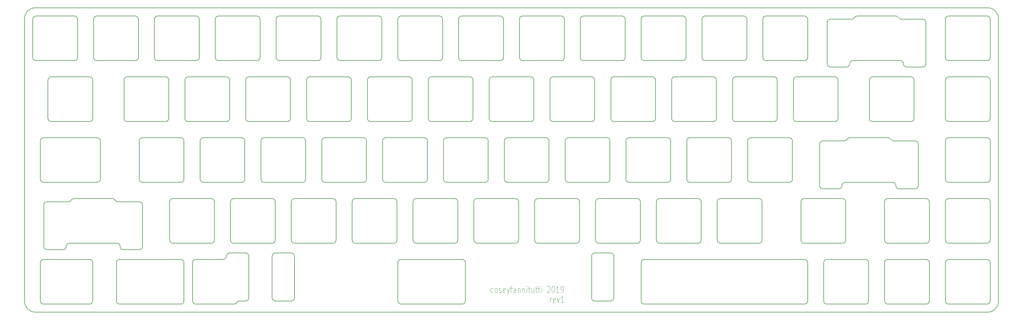
<source format=gbr>
%TF.GenerationSoftware,KiCad,Pcbnew,5.1.7-a382d34a8~88~ubuntu20.04.1*%
%TF.CreationDate,2021-02-20T19:58:06+01:00*%
%TF.ProjectId,discipline-plate,64697363-6970-46c6-996e-652d706c6174,rev?*%
%TF.SameCoordinates,Original*%
%TF.FileFunction,Legend,Top*%
%TF.FilePolarity,Positive*%
%FSLAX46Y46*%
G04 Gerber Fmt 4.6, Leading zero omitted, Abs format (unit mm)*
G04 Created by KiCad (PCBNEW 5.1.7-a382d34a8~88~ubuntu20.04.1) date 2021-02-20 19:58:06*
%MOMM*%
%LPD*%
G01*
G04 APERTURE LIST*
%TA.AperFunction,Profile*%
%ADD10C,0.200000*%
%TD*%
%TA.AperFunction,Profile*%
%ADD11C,0.150000*%
%TD*%
%ADD12C,0.075000*%
G04 APERTURE END LIST*
D10*
X356079300Y-119848400D02*
G75*
G02*
X355079300Y-120848400I-1000000J0D01*
G01*
X356079300Y-100798400D02*
G75*
G02*
X355079300Y-101798400I-1000000J0D01*
G01*
X171629300Y-177998400D02*
G75*
G02*
X170629300Y-176998400I0J1000000D01*
G01*
X90673550Y-159948400D02*
G75*
G02*
X89673550Y-160948400I-1000000J0D01*
G01*
X160816800Y-138898400D02*
G75*
G02*
X159816800Y-139898400I-1000000J0D01*
G01*
X155054300Y-106848400D02*
G75*
G02*
X156054300Y-107848400I0J-1000000D01*
G01*
X137273050Y-161998400D02*
G75*
G02*
X138273050Y-162998400I0J-1000000D01*
G01*
X284929300Y-88798400D02*
G75*
G02*
X285929300Y-87798400I1000000J0D01*
G01*
X132273050Y-161998400D02*
X137273050Y-161998400D01*
X75379300Y-100798400D02*
X75379300Y-88798400D01*
X307454300Y-120848400D02*
X295454300Y-120848400D01*
X131273050Y-175998400D02*
X131273050Y-162998400D01*
X138273050Y-162998400D02*
X138273050Y-175998400D01*
X100191800Y-158948400D02*
G75*
G02*
X99191800Y-157948400I0J1000000D01*
G01*
X112191800Y-158948400D02*
X100191800Y-158948400D01*
X221729300Y-101798400D02*
X209729300Y-101798400D01*
X131273050Y-162998400D02*
G75*
G02*
X132273050Y-161998400I1000000J0D01*
G01*
X146529300Y-88798400D02*
X146529300Y-100798400D01*
X231254300Y-106848400D02*
G75*
G02*
X232254300Y-107848400I0J-1000000D01*
G01*
X132529300Y-88798400D02*
G75*
G02*
X133529300Y-87798400I1000000J0D01*
G01*
X89379300Y-88798400D02*
X89379300Y-100798400D01*
X128766800Y-125898400D02*
X140766800Y-125898400D01*
X143054300Y-106848400D02*
X155054300Y-106848400D01*
X62091800Y-106848400D02*
X74091800Y-106848400D01*
X140766800Y-125898400D02*
G75*
G02*
X141766800Y-126898400I0J-1000000D01*
G01*
X356079300Y-145948400D02*
X356079300Y-157948400D01*
X127766800Y-126898400D02*
G75*
G02*
X128766800Y-125898400I1000000J0D01*
G01*
X232254300Y-107848400D02*
X232254300Y-119848400D01*
X245541800Y-158948400D02*
X233541800Y-158948400D01*
X333561050Y-127898400D02*
X333561050Y-140898400D01*
X355079300Y-139898400D02*
X343079300Y-139898400D01*
X236016800Y-139898400D02*
X224016800Y-139898400D01*
X356079300Y-88798400D02*
X356079300Y-100798400D01*
X137291800Y-145948400D02*
G75*
G02*
X138291800Y-144948400I1000000J0D01*
G01*
X255066800Y-139898400D02*
X243066800Y-139898400D01*
X343079300Y-101798400D02*
G75*
G02*
X342079300Y-100798400I0J1000000D01*
G01*
X137273050Y-176998400D02*
X132273050Y-176998400D01*
X137291800Y-157948400D02*
X137291800Y-145948400D01*
X256066800Y-126898400D02*
X256066800Y-138898400D01*
X337029300Y-145948400D02*
X337029300Y-157948400D01*
X119241800Y-158948400D02*
G75*
G02*
X118241800Y-157948400I0J1000000D01*
G01*
X56329300Y-88798400D02*
G75*
G02*
X57329300Y-87798400I1000000J0D01*
G01*
X335942300Y-102798400D02*
G75*
G02*
X334942300Y-103798400I-1000000J0D01*
G01*
X342079300Y-138898400D02*
X342079300Y-126898400D01*
X231279300Y-175998400D02*
X231279300Y-162998400D01*
X150291799Y-158948400D02*
X138291800Y-158948400D01*
X197916800Y-139898400D02*
X185916800Y-139898400D01*
X203966800Y-138898400D02*
X203966800Y-126898400D01*
X138291800Y-158948400D02*
G75*
G02*
X137291800Y-157948400I0J1000000D01*
G01*
X58710550Y-176998400D02*
X58710550Y-164998400D01*
X124004300Y-120848400D02*
G75*
G02*
X123004300Y-119848400I0J1000000D01*
G01*
X76379300Y-87798400D02*
X88379300Y-87798400D01*
X104954300Y-120848400D02*
G75*
G02*
X103954300Y-119848400I0J1000000D01*
G01*
X285929300Y-101798400D02*
G75*
G02*
X284929300Y-100798400I0J1000000D01*
G01*
X243066800Y-139898400D02*
G75*
G02*
X242066800Y-138898400I0J1000000D01*
G01*
X343079300Y-158948400D02*
G75*
G02*
X342079300Y-157948400I0J1000000D01*
G01*
X309835550Y-144948400D02*
G75*
G02*
X310835550Y-145948400I0J-1000000D01*
G01*
X117954300Y-107848400D02*
X117954300Y-119848400D01*
X175391800Y-145948400D02*
G75*
G02*
X176391800Y-144948400I1000000J0D01*
G01*
X342079300Y-100798400D02*
X342079300Y-88798400D01*
X114479299Y-87798400D02*
X126479300Y-87798400D01*
X342079300Y-88798400D02*
G75*
G02*
X343079300Y-87798400I1000000J0D01*
G01*
X102666800Y-163998400D02*
G75*
G02*
X103666800Y-164998400I0J-1000000D01*
G01*
X75379300Y-88798400D02*
G75*
G02*
X76379300Y-87798400I1000000J0D01*
G01*
X238304300Y-120848400D02*
G75*
G02*
X237304300Y-119848400I0J1000000D01*
G01*
X126479300Y-87798400D02*
G75*
G02*
X127479300Y-88798400I0J-1000000D01*
G01*
X243066800Y-125898400D02*
X255066800Y-125898400D01*
X133529300Y-87798400D02*
X145529300Y-87798400D01*
X175391800Y-157948400D02*
X175391800Y-145948400D01*
X132241800Y-145948400D02*
X132241800Y-157948400D01*
X311066300Y-103798400D02*
X306066300Y-103798400D01*
X145529300Y-87798400D02*
G75*
G02*
X146529300Y-88798400I0J-1000000D01*
G01*
X145529300Y-101798400D02*
X133529300Y-101798400D01*
X127479300Y-100798400D02*
G75*
G02*
X126479300Y-101798400I-1000000J0D01*
G01*
X326504300Y-87798400D02*
G75*
G02*
X327370325Y-88298400I0J-1000000D01*
G01*
X327942300Y-101798400D02*
G75*
G02*
X328942300Y-102798400I0J-1000000D01*
G01*
X305066300Y-89798400D02*
G75*
G02*
X306066300Y-88798400I1000000J0D01*
G01*
X355079300Y-144948400D02*
G75*
G02*
X356079300Y-145948400I0J-1000000D01*
G01*
X223016800Y-138898400D02*
X223016800Y-126898400D01*
X237279300Y-176998400D02*
X232279300Y-176998400D01*
X216966800Y-139898400D02*
X204966800Y-139898400D01*
X185916800Y-125898400D02*
X197916800Y-125898400D01*
X127479299Y-88798400D02*
X127479300Y-100798400D01*
X126479300Y-101798400D02*
X114479299Y-101798400D01*
X119241800Y-144948400D02*
X131241800Y-144948400D01*
X296835550Y-157948400D02*
X296835550Y-145948400D01*
X296835550Y-145948400D02*
G75*
G02*
X297835550Y-144948400I1000000J0D01*
G01*
X342079300Y-126898400D02*
G75*
G02*
X343079300Y-125898400I1000000J0D01*
G01*
X70329299Y-88798400D02*
X70329300Y-100798400D01*
X281166800Y-139898400D02*
G75*
G02*
X280166800Y-138898400I0J1000000D01*
G01*
X103954300Y-107848400D02*
G75*
G02*
X104954300Y-106848400I1000000J0D01*
G01*
X219254300Y-106848400D02*
X231254300Y-106848400D01*
X208441800Y-157948400D02*
G75*
G02*
X207441800Y-158948400I-1000000J0D01*
G01*
X76473050Y-139898400D02*
X59710550Y-139898400D01*
X331266800Y-120848400D02*
X319266799Y-120848400D01*
X123004300Y-107848400D02*
G75*
G02*
X124004300Y-106848400I1000000J0D01*
G01*
X147816800Y-139898400D02*
G75*
G02*
X146816800Y-138898400I0J1000000D01*
G01*
X257354300Y-120848400D02*
G75*
G02*
X256354300Y-119848400I0J1000000D01*
G01*
X122716800Y-138898400D02*
G75*
G02*
X121716800Y-139898400I-1000000J0D01*
G01*
X142054300Y-107848400D02*
G75*
G02*
X143054300Y-106848400I1000000J0D01*
G01*
X159816800Y-125898400D02*
G75*
G02*
X160816800Y-126898400I0J-1000000D01*
G01*
X251304300Y-119848400D02*
G75*
G02*
X250304300Y-120848400I-1000000J0D01*
G01*
X274116800Y-139898400D02*
X262116800Y-139898400D01*
X100191800Y-144948400D02*
X112191800Y-144948400D01*
X85904300Y-120848400D02*
G75*
G02*
X84904300Y-119848400I0J1000000D01*
G01*
X308454300Y-119848400D02*
G75*
G02*
X307454300Y-120848400I-1000000J0D01*
G01*
X214491800Y-144948400D02*
X226491800Y-144948400D01*
X262116800Y-125898400D02*
X274116800Y-125898400D01*
X75091800Y-119848400D02*
G75*
G02*
X74091800Y-120848400I-1000000J0D01*
G01*
X193154300Y-106848400D02*
G75*
G02*
X194154300Y-107848400I0J-1000000D01*
G01*
X108716800Y-138898400D02*
X108716800Y-126898400D01*
X256354300Y-119848400D02*
X256354300Y-107848400D01*
X227779300Y-88798400D02*
G75*
G02*
X228779300Y-87798400I1000000J0D01*
G01*
X250304300Y-106848400D02*
G75*
G02*
X251304300Y-107848400I0J-1000000D01*
G01*
X61091800Y-107848400D02*
G75*
G02*
X62091800Y-106848400I1000000J0D01*
G01*
X109716800Y-139898400D02*
G75*
G02*
X108716800Y-138898400I0J1000000D01*
G01*
X120201575Y-177498400D02*
G75*
G02*
X121067600Y-176998400I866025J-500000D01*
G01*
X89379300Y-100798400D02*
G75*
G02*
X88379300Y-101798400I-1000000J0D01*
G01*
X151579300Y-100798400D02*
X151579300Y-88798400D01*
X88379300Y-101798400D02*
X76379300Y-101798400D01*
X190679300Y-101798400D02*
G75*
G02*
X189679300Y-100798400I0J1000000D01*
G01*
X281166800Y-125898400D02*
X293166800Y-125898400D01*
X116979300Y-162998400D02*
G75*
G02*
X117979300Y-161998400I1000000J0D01*
G01*
X119335550Y-177998400D02*
X107335550Y-177998400D01*
X323029300Y-176998400D02*
X323029300Y-164998400D01*
X260829300Y-88798400D02*
X260829300Y-100798400D01*
X170629300Y-176998400D02*
X170629300Y-164998400D01*
X208441800Y-145948400D02*
X208441800Y-157948400D01*
X121716800Y-139898400D02*
X109716800Y-139898400D01*
X209729300Y-101798400D02*
G75*
G02*
X208729300Y-100798400I0J1000000D01*
G01*
X279879300Y-88798400D02*
X279879300Y-100798400D01*
X183629299Y-87798400D02*
G75*
G02*
X184629299Y-88798400I0J-1000000D01*
G01*
X269354300Y-106848400D02*
G75*
G02*
X270354300Y-107848400I0J-1000000D01*
G01*
X316979300Y-177998400D02*
X304979300Y-177998400D01*
X237304300Y-119848400D02*
X237304300Y-107848400D01*
X95429300Y-101798400D02*
G75*
G02*
X94429300Y-100798400I0J1000000D01*
G01*
X297929300Y-87798400D02*
G75*
G02*
X298929300Y-88798400I0J-1000000D01*
G01*
X141766800Y-126898400D02*
X141766800Y-138898400D01*
X319266799Y-106848400D02*
X331266800Y-106848400D01*
X232254300Y-119848400D02*
G75*
G02*
X231254300Y-120848400I-1000000J0D01*
G01*
X227491800Y-157948400D02*
G75*
G02*
X226491800Y-158948400I-1000000J0D01*
G01*
X232541800Y-157948400D02*
X232541800Y-145948400D01*
X169341800Y-144948400D02*
G75*
G02*
X170341800Y-145948400I0J-1000000D01*
G01*
X270641800Y-145948400D02*
G75*
G02*
X271641800Y-144948400I1000000J0D01*
G01*
X191773050Y-176998400D02*
G75*
G02*
X190773050Y-177998400I-1000000J0D01*
G01*
X76379300Y-101798400D02*
G75*
G02*
X75379300Y-100798400I0J1000000D01*
G01*
X318266799Y-119848400D02*
X318266799Y-107848400D01*
X270641800Y-157948400D02*
X270641800Y-145948400D01*
X189391800Y-157948400D02*
G75*
G02*
X188391800Y-158948400I-1000000J0D01*
G01*
X227491800Y-145948400D02*
X227491800Y-157948400D01*
X132273050Y-176998400D02*
G75*
G02*
X131273050Y-175998400I0J1000000D01*
G01*
X62091800Y-120848400D02*
G75*
G02*
X61091800Y-119848400I0J1000000D01*
G01*
X342079300Y-107848400D02*
G75*
G02*
X343079300Y-106848400I1000000J0D01*
G01*
X137004300Y-119848400D02*
G75*
G02*
X136004300Y-120848400I-1000000J0D01*
G01*
X342079300Y-164998400D02*
G75*
G02*
X343079300Y-163998400I1000000J0D01*
G01*
X336029300Y-163998400D02*
G75*
G02*
X337029300Y-164998400I0J-1000000D01*
G01*
X99191800Y-157948400D02*
X99191800Y-145948400D01*
X156341800Y-157948400D02*
X156341800Y-145948400D01*
X240779300Y-101798400D02*
X228779300Y-101798400D01*
X188391800Y-144948400D02*
G75*
G02*
X189391800Y-145948400I0J-1000000D01*
G01*
X203679300Y-100798400D02*
G75*
G02*
X202679300Y-101798400I-1000000J0D01*
G01*
X251591800Y-157948400D02*
X251591800Y-145948400D01*
X103666800Y-176998400D02*
G75*
G02*
X102666800Y-177998400I-1000000J0D01*
G01*
X264591800Y-158948400D02*
X252591800Y-158948400D01*
X356079300Y-176998400D02*
G75*
G02*
X355079300Y-177998400I-1000000J0D01*
G01*
X309685050Y-140898400D02*
G75*
G02*
X308685050Y-141898400I-1000000J0D01*
G01*
X275116800Y-126898400D02*
X275116800Y-138898400D01*
X232541800Y-145948400D02*
G75*
G02*
X233541800Y-144948400I1000000J0D01*
G01*
X307454300Y-106848400D02*
G75*
G02*
X308454300Y-107848400I0J-1000000D01*
G01*
X58710550Y-126898400D02*
G75*
G02*
X59710550Y-125898400I1000000J0D01*
G01*
X157341800Y-144948400D02*
X169341800Y-144948400D01*
X336029300Y-177998400D02*
X324029300Y-177998400D01*
X332266800Y-119848400D02*
G75*
G02*
X331266800Y-120848400I-1000000J0D01*
G01*
X342079300Y-119848400D02*
X342079300Y-107848400D01*
X250304300Y-120848400D02*
X238304300Y-120848400D01*
X257354300Y-106848400D02*
X269354300Y-106848400D01*
X136004300Y-120848400D02*
X124004300Y-120848400D01*
X275116800Y-138898400D02*
G75*
G02*
X274116800Y-139898400I-1000000J0D01*
G01*
X170629300Y-164998400D02*
G75*
G02*
X171629300Y-163998400I1000000J0D01*
G01*
X156054300Y-107848400D02*
X156054300Y-119848400D01*
X138273050Y-175998400D02*
G75*
G02*
X137273050Y-176998400I-1000000J0D01*
G01*
X212204300Y-120848400D02*
X200204300Y-120848400D01*
X122979300Y-176998400D02*
X121067600Y-176998400D01*
X165866800Y-138898400D02*
X165866800Y-126898400D01*
X311257025Y-126398400D02*
G75*
G02*
X312123050Y-125898400I866025J-500000D01*
G01*
X280166800Y-138898400D02*
X280166800Y-126898400D01*
X95429300Y-87798400D02*
X107429300Y-87798400D01*
X222729300Y-88798400D02*
X222729300Y-100798400D01*
X271641800Y-158948400D02*
G75*
G02*
X270641800Y-157948400I0J1000000D01*
G01*
X302685050Y-140898400D02*
X302685050Y-127898400D01*
X107429300Y-87798400D02*
G75*
G02*
X108429300Y-88798400I0J-1000000D01*
G01*
X293166800Y-125898400D02*
G75*
G02*
X294166800Y-126898400I0J-1000000D01*
G01*
X179866800Y-138898400D02*
G75*
G02*
X178866800Y-139898400I-1000000J0D01*
G01*
X246541800Y-145948400D02*
X246541800Y-157948400D01*
X303979300Y-164998400D02*
G75*
G02*
X304979300Y-163998400I1000000J0D01*
G01*
X165579300Y-88798400D02*
X165579300Y-100798400D01*
X61091800Y-119848400D02*
X61091800Y-107848400D01*
X256354300Y-107848400D02*
G75*
G02*
X257354300Y-106848400I1000000J0D01*
G01*
X213491800Y-157948400D02*
X213491800Y-145948400D01*
X120201575Y-177498400D02*
G75*
G02*
X119335550Y-177998400I-866025J500000D01*
G01*
X194441800Y-145948400D02*
G75*
G02*
X195441800Y-144948400I1000000J0D01*
G01*
X146816800Y-126898400D02*
G75*
G02*
X147816800Y-125898400I1000000J0D01*
G01*
X233541800Y-158948400D02*
G75*
G02*
X232541800Y-157948400I0J1000000D01*
G01*
X176391800Y-144948400D02*
X188391800Y-144948400D01*
X60797550Y-145948400D02*
X67503499Y-145948400D01*
X209729300Y-87798400D02*
X221729300Y-87798400D01*
X127766800Y-138898400D02*
X127766800Y-126898400D01*
X194154300Y-119848400D02*
G75*
G02*
X193154300Y-120848400I-1000000J0D01*
G01*
X356079300Y-164998400D02*
X356079300Y-176998400D01*
X178866800Y-139898400D02*
X166866800Y-139898400D01*
X102666800Y-139898400D02*
X90666800Y-139898400D01*
X356079300Y-107848400D02*
X356079300Y-119848400D01*
X94429300Y-88798400D02*
G75*
G02*
X95429300Y-87798400I1000000J0D01*
G01*
X113191800Y-145948400D02*
X113191800Y-157948400D01*
X355079300Y-106848400D02*
G75*
G02*
X356079300Y-107848400I0J-1000000D01*
G01*
X107335550Y-163998400D02*
X115979300Y-163998400D01*
X82967600Y-145948400D02*
G75*
G02*
X82101575Y-145448400I0J1000000D01*
G01*
X156341800Y-145948400D02*
G75*
G02*
X157341800Y-144948400I1000000J0D01*
G01*
X98904300Y-119848400D02*
G75*
G02*
X97904300Y-120848400I-1000000J0D01*
G01*
X228779300Y-101798400D02*
G75*
G02*
X227779300Y-100798400I0J1000000D01*
G01*
X246541800Y-157948400D02*
G75*
G02*
X245541800Y-158948400I-1000000J0D01*
G01*
X324123050Y-125898400D02*
G75*
G02*
X324989075Y-126398400I0J-1000000D01*
G01*
X325561050Y-139898400D02*
X310685050Y-139898400D01*
X170341800Y-145948400D02*
X170341800Y-157948400D01*
X106335550Y-176998400D02*
X106335550Y-164998400D01*
X259829300Y-87798400D02*
G75*
G02*
X260829300Y-88798400I0J-1000000D01*
G01*
X304979300Y-177998400D02*
G75*
G02*
X303979300Y-176998400I0J1000000D01*
G01*
X102666800Y-125898400D02*
G75*
G02*
X103666800Y-126898400I0J-1000000D01*
G01*
X103666800Y-138898400D02*
G75*
G02*
X102666800Y-139898400I-1000000J0D01*
G01*
X343079300Y-177998400D02*
G75*
G02*
X342079300Y-176998400I0J1000000D01*
G01*
X74091800Y-120848400D02*
X62091800Y-120848400D01*
X140766800Y-139898400D02*
X128766800Y-139898400D01*
X343079300Y-163998400D02*
X355079300Y-163998400D01*
X109716800Y-125898400D02*
X121716800Y-125898400D01*
X77473050Y-126898400D02*
X77473050Y-138898400D01*
X165866800Y-126898400D02*
G75*
G02*
X166866800Y-125898400I1000000J0D01*
G01*
X162104300Y-106848400D02*
X174104300Y-106848400D01*
X85904300Y-106848400D02*
X97904300Y-106848400D01*
X246829300Y-164998400D02*
G75*
G02*
X247829300Y-163998400I1000000J0D01*
G01*
X89666800Y-126898400D02*
G75*
G02*
X90666800Y-125898400I1000000J0D01*
G01*
X116979300Y-162998400D02*
G75*
G02*
X115979300Y-163998400I-1000000J0D01*
G01*
X199204300Y-107848400D02*
G75*
G02*
X200204300Y-106848400I1000000J0D01*
G01*
X325855100Y-126898400D02*
G75*
G02*
X324989075Y-126398400I0J1000000D01*
G01*
X112191800Y-144948400D02*
G75*
G02*
X113191800Y-145948400I0J-1000000D01*
G01*
X84904300Y-107848400D02*
G75*
G02*
X85904300Y-106848400I1000000J0D01*
G01*
X332561050Y-141898400D02*
X327561050Y-141898400D01*
X285929300Y-87798400D02*
X297929300Y-87798400D01*
X226491800Y-158948400D02*
X214491800Y-158948400D01*
X174104300Y-120848400D02*
X162104300Y-120848400D01*
X113191800Y-157948400D02*
G75*
G02*
X112191800Y-158948400I-1000000J0D01*
G01*
X325855100Y-126898400D02*
X332561050Y-126898400D01*
X337029300Y-164998400D02*
X337029300Y-176998400D01*
X189679300Y-88798400D02*
G75*
G02*
X190679300Y-87798400I1000000J0D01*
G01*
X189391800Y-145948400D02*
X189391800Y-157948400D01*
X59797550Y-159948400D02*
X59797550Y-146948400D01*
X106335550Y-164998400D02*
G75*
G02*
X107335550Y-163998400I1000000J0D01*
G01*
X245541800Y-144948400D02*
G75*
G02*
X246541800Y-145948400I0J-1000000D01*
G01*
X59710550Y-125898400D02*
X76473050Y-125898400D01*
X84673550Y-160948400D02*
G75*
G02*
X83673550Y-159948400I0J1000000D01*
G01*
X298929300Y-88798400D02*
X298929300Y-100798400D01*
X293166800Y-139898400D02*
X281166800Y-139898400D01*
X157341800Y-158948400D02*
G75*
G02*
X156341800Y-157948400I0J1000000D01*
G01*
X190773050Y-163998400D02*
G75*
G02*
X191773050Y-164998400I0J-1000000D01*
G01*
X89673550Y-145948400D02*
G75*
G02*
X90673550Y-146948400I0J-1000000D01*
G01*
X303685050Y-126898400D02*
X310390999Y-126898400D01*
X174104300Y-106848400D02*
G75*
G02*
X175104300Y-107848400I0J-1000000D01*
G01*
X108716800Y-126898400D02*
G75*
G02*
X109716800Y-125898400I1000000J0D01*
G01*
X179866800Y-126898400D02*
X179866800Y-138898400D01*
X312123050Y-125898400D02*
X324123049Y-125898400D01*
X77473050Y-138898400D02*
G75*
G02*
X76473050Y-139898400I-1000000J0D01*
G01*
X200204300Y-120848400D02*
G75*
G02*
X199204300Y-119848400I0J1000000D01*
G01*
X213491800Y-145948400D02*
G75*
G02*
X214491800Y-144948400I1000000J0D01*
G01*
X308685050Y-141898400D02*
X303685050Y-141898400D01*
X219254300Y-120848400D02*
G75*
G02*
X218254300Y-119848400I0J1000000D01*
G01*
X278879300Y-87798400D02*
G75*
G02*
X279879300Y-88798400I0J-1000000D01*
G01*
X74091800Y-106848400D02*
G75*
G02*
X75091800Y-107848400I0J-1000000D01*
G01*
X190679300Y-87798400D02*
X202679300Y-87798400D01*
X89666800Y-138898400D02*
X89666800Y-126898400D01*
X297929300Y-177998400D02*
X247829300Y-177998400D01*
X317979300Y-164998400D02*
X317979300Y-176998400D01*
X238304300Y-106848400D02*
X250304300Y-106848400D01*
X84904300Y-119848400D02*
X84904300Y-107848400D01*
X195441800Y-158948400D02*
G75*
G02*
X194441800Y-157948400I0J1000000D01*
G01*
X262116800Y-139898400D02*
G75*
G02*
X261116800Y-138898400I0J1000000D01*
G01*
X233541800Y-144948400D02*
X245541800Y-144948400D01*
X270354300Y-119848400D02*
G75*
G02*
X269354300Y-120848400I-1000000J0D01*
G01*
X98904300Y-107848400D02*
X98904300Y-119848400D01*
X280166800Y-126898400D02*
G75*
G02*
X281166800Y-125898400I1000000J0D01*
G01*
X311257024Y-126398400D02*
G75*
G02*
X310390999Y-126898400I-866025J500000D01*
G01*
X123004300Y-119848400D02*
X123004300Y-107848400D01*
X189679300Y-100798400D02*
X189679300Y-88798400D01*
X294454300Y-107848400D02*
G75*
G02*
X295454300Y-106848400I1000000J0D01*
G01*
X261116800Y-138898400D02*
X261116800Y-126898400D01*
X226491800Y-144948400D02*
G75*
G02*
X227491800Y-145948400I0J-1000000D01*
G01*
X241779300Y-88798400D02*
X241779300Y-100798400D01*
X317979300Y-176998400D02*
G75*
G02*
X316979300Y-177998400I-1000000J0D01*
G01*
X259829300Y-101798400D02*
X247829300Y-101798400D01*
X89673550Y-160948400D02*
X84673550Y-160948400D01*
X265591800Y-157948400D02*
G75*
G02*
X264591800Y-158948400I-1000000J0D01*
G01*
X107429300Y-101798400D02*
X95429300Y-101798400D01*
X122979300Y-161998400D02*
G75*
G02*
X123979300Y-162998400I0J-1000000D01*
G01*
X207441800Y-144948400D02*
G75*
G02*
X208441800Y-145948400I0J-1000000D01*
G01*
X283641800Y-158948400D02*
X271641800Y-158948400D01*
X252591800Y-158948400D02*
G75*
G02*
X251591800Y-157948400I0J1000000D01*
G01*
X294166800Y-126898400D02*
X294166800Y-138898400D01*
X331266800Y-106848400D02*
G75*
G02*
X332266800Y-107848400I0J-1000000D01*
G01*
X208729300Y-88798400D02*
G75*
G02*
X209729300Y-87798400I1000000J0D01*
G01*
X247829300Y-101798400D02*
G75*
G02*
X246829300Y-100798400I0J1000000D01*
G01*
X103666800Y-126898400D02*
X103666800Y-138898400D01*
X169341800Y-158948400D02*
X157341800Y-158948400D01*
X269354300Y-120848400D02*
X257354300Y-120848400D01*
X123979300Y-162998400D02*
X123979300Y-175998400D01*
X284641800Y-157948400D02*
G75*
G02*
X283641800Y-158948400I-1000000J0D01*
G01*
X161104300Y-107848400D02*
G75*
G02*
X162104300Y-106848400I1000000J0D01*
G01*
X108429300Y-88798400D02*
X108429300Y-100798400D01*
X136004300Y-106848400D02*
G75*
G02*
X137004300Y-107848400I0J-1000000D01*
G01*
X208729300Y-100798400D02*
X208729300Y-88798400D01*
X332266800Y-107848400D02*
X332266800Y-119848400D01*
X117979300Y-161998400D02*
X122979300Y-161998400D01*
X178866800Y-125898400D02*
G75*
G02*
X179866800Y-126898400I0J-1000000D01*
G01*
X343079300Y-106848400D02*
X355079300Y-106848400D01*
X294454300Y-119848400D02*
X294454300Y-107848400D01*
X97904300Y-106848400D02*
G75*
G02*
X98904300Y-107848400I0J-1000000D01*
G01*
X298929300Y-176998400D02*
G75*
G02*
X297929300Y-177998400I-1000000J0D01*
G01*
X66797550Y-159948400D02*
G75*
G02*
X67797550Y-158948400I1000000J0D01*
G01*
X199204300Y-119848400D02*
X199204300Y-107848400D01*
X270354300Y-107848400D02*
X270354300Y-119848400D01*
X246829300Y-176998400D02*
X246829300Y-164998400D01*
X170341800Y-157948400D02*
G75*
G02*
X169341800Y-158948400I-1000000J0D01*
G01*
X75091800Y-107848400D02*
X75091800Y-119848400D01*
X246829300Y-88798400D02*
G75*
G02*
X247829300Y-87798400I1000000J0D01*
G01*
X166866800Y-125898400D02*
X178866800Y-125898400D01*
X203679300Y-88798400D02*
X203679300Y-100798400D01*
X146816800Y-138898400D02*
X146816800Y-126898400D01*
X124004300Y-106848400D02*
X136004300Y-106848400D01*
X181154300Y-120848400D02*
G75*
G02*
X180154300Y-119848400I0J1000000D01*
G01*
X227779300Y-100798400D02*
X227779300Y-88798400D01*
X76473050Y-125898400D02*
G75*
G02*
X77473050Y-126898400I0J-1000000D01*
G01*
X107335550Y-177998400D02*
G75*
G02*
X106335550Y-176998400I0J1000000D01*
G01*
X303685050Y-141898400D02*
G75*
G02*
X302685050Y-140898400I0J1000000D01*
G01*
X327561050Y-141898400D02*
G75*
G02*
X326561050Y-140898400I0J1000000D01*
G01*
X68369525Y-145448400D02*
G75*
G02*
X69235550Y-144948400I866025J-500000D01*
G01*
X69235550Y-144948400D02*
X81235550Y-144948400D01*
X152579300Y-87798400D02*
X164579300Y-87798400D01*
X212204300Y-106848400D02*
G75*
G02*
X213204300Y-107848400I0J-1000000D01*
G01*
X90666800Y-125898400D02*
X102666800Y-125898400D01*
X99191800Y-145948400D02*
G75*
G02*
X100191800Y-144948400I1000000J0D01*
G01*
X247829300Y-177998400D02*
G75*
G02*
X246829300Y-176998400I0J1000000D01*
G01*
X161104300Y-119848400D02*
X161104300Y-107848400D01*
X82967600Y-145948399D02*
X89673550Y-145948400D01*
X121716800Y-125898400D02*
G75*
G02*
X122716800Y-126898400I0J-1000000D01*
G01*
X241779300Y-100798400D02*
G75*
G02*
X240779300Y-101798400I-1000000J0D01*
G01*
X240779300Y-87798400D02*
G75*
G02*
X241779300Y-88798400I0J-1000000D01*
G01*
X151579300Y-88798400D02*
G75*
G02*
X152579300Y-87798400I1000000J0D01*
G01*
X176391800Y-158948400D02*
G75*
G02*
X175391800Y-157948400I0J1000000D01*
G01*
X108429300Y-100798400D02*
G75*
G02*
X107429300Y-101798400I-1000000J0D01*
G01*
X190773050Y-177998400D02*
X171629300Y-177998400D01*
X213204300Y-119848400D02*
G75*
G02*
X212204300Y-120848400I-1000000J0D01*
G01*
X261116800Y-126898400D02*
G75*
G02*
X262116800Y-125898400I1000000J0D01*
G01*
X295454300Y-120848400D02*
G75*
G02*
X294454300Y-119848400I0J1000000D01*
G01*
X343079300Y-120848400D02*
G75*
G02*
X342079300Y-119848400I0J1000000D01*
G01*
X325561050Y-139898400D02*
G75*
G02*
X326561050Y-140898400I0J-1000000D01*
G01*
X166866800Y-139898400D02*
G75*
G02*
X165866800Y-138898400I0J1000000D01*
G01*
X218254300Y-119848400D02*
X218254300Y-107848400D01*
X68369524Y-145448400D02*
G75*
G02*
X67503499Y-145948400I-866025J500000D01*
G01*
X284641800Y-145948400D02*
X284641800Y-157948400D01*
X164579300Y-101798400D02*
X152579300Y-101798400D01*
X304979300Y-163998400D02*
X316979300Y-163998400D01*
X355079300Y-177998400D02*
X343079300Y-177998400D01*
X252591800Y-144948400D02*
X264591800Y-144948400D01*
X159816800Y-139898400D02*
X147816800Y-139898400D01*
X122716800Y-126898400D02*
X122716800Y-138898400D01*
X332561050Y-126898400D02*
G75*
G02*
X333561050Y-127898400I0J-1000000D01*
G01*
X180154300Y-119848400D02*
X180154300Y-107848400D01*
X195441800Y-144948400D02*
X207441800Y-144948400D01*
X333561050Y-140898400D02*
G75*
G02*
X332561050Y-141898400I-1000000J0D01*
G01*
X294166800Y-138898400D02*
G75*
G02*
X293166800Y-139898400I-1000000J0D01*
G01*
X160816800Y-126898400D02*
X160816800Y-138898400D01*
X247829300Y-87798400D02*
X259829300Y-87798400D01*
X298929300Y-164998400D02*
X298929300Y-176998400D01*
X324029300Y-163998400D02*
X336029300Y-163998400D01*
X207441800Y-158948400D02*
X195441800Y-158948400D01*
X155054300Y-120848400D02*
X143054300Y-120848400D01*
X165579300Y-100798400D02*
G75*
G02*
X164579300Y-101798400I-1000000J0D01*
G01*
X191773050Y-164998400D02*
X191773050Y-176998400D01*
X319266799Y-120848400D02*
G75*
G02*
X318266799Y-119848400I0J1000000D01*
G01*
X295454300Y-106848400D02*
X307454300Y-106848400D01*
X171629300Y-163998400D02*
X190773050Y-163998400D01*
X188391800Y-158948400D02*
X176391800Y-158948400D01*
X175104300Y-107848400D02*
X175104300Y-119848400D01*
X308454300Y-107848400D02*
X308454300Y-119848400D01*
X152579300Y-101798400D02*
G75*
G02*
X151579300Y-100798400I0J1000000D01*
G01*
X355079300Y-163998400D02*
G75*
G02*
X356079300Y-164998400I0J-1000000D01*
G01*
X202679300Y-87798400D02*
G75*
G02*
X203679300Y-88798400I0J-1000000D01*
G01*
X81235550Y-144948400D02*
G75*
G02*
X82101575Y-145448400I0J-1000000D01*
G01*
X297929300Y-163998400D02*
G75*
G02*
X298929300Y-164998400I0J-1000000D01*
G01*
X58710550Y-138898400D02*
X58710550Y-126898400D01*
X309685050Y-140898400D02*
G75*
G02*
X310685050Y-139898400I1000000J0D01*
G01*
X59710550Y-139898400D02*
G75*
G02*
X58710550Y-138898400I0J1000000D01*
G01*
X83523050Y-177998400D02*
G75*
G02*
X82523050Y-176998400I0J1000000D01*
G01*
X132529300Y-100798400D02*
X132529300Y-88798400D01*
X180154300Y-107848400D02*
G75*
G02*
X181154300Y-106848400I1000000J0D01*
G01*
X275404300Y-119848400D02*
X275404300Y-107848400D01*
X133529300Y-101798400D02*
G75*
G02*
X132529300Y-100798400I0J1000000D01*
G01*
X69329300Y-101798400D02*
X57329300Y-101798400D01*
X276404300Y-120848400D02*
G75*
G02*
X275404300Y-119848400I0J1000000D01*
G01*
X342079300Y-157948400D02*
X342079300Y-145948400D01*
X138291800Y-144948400D02*
X150291799Y-144948400D01*
X231279300Y-162998400D02*
G75*
G02*
X232279300Y-161998400I1000000J0D01*
G01*
X310835550Y-145948400D02*
X310835550Y-157948400D01*
X198916800Y-138898400D02*
G75*
G02*
X197916800Y-139898400I-1000000J0D01*
G01*
X113479299Y-88798400D02*
G75*
G02*
X114479299Y-87798400I1000000J0D01*
G01*
X237304300Y-107848400D02*
G75*
G02*
X238304300Y-106848400I1000000J0D01*
G01*
X69329300Y-87798401D02*
G75*
G02*
X70329299Y-88798400I0J-999999D01*
G01*
X312066300Y-102798400D02*
G75*
G02*
X313066300Y-101798400I1000000J0D01*
G01*
X194154300Y-107848400D02*
X194154300Y-119848400D01*
X355079300Y-125898400D02*
G75*
G02*
X356079300Y-126898400I0J-1000000D01*
G01*
X310835550Y-157948400D02*
G75*
G02*
X309835550Y-158948400I-1000000J0D01*
G01*
X306066300Y-88798400D02*
X312772249Y-88798400D01*
X305066300Y-102798400D02*
X305066300Y-89798400D01*
X313638275Y-88298400D02*
G75*
G02*
X314504300Y-87798400I866025J-500000D01*
G01*
X197916800Y-125898400D02*
G75*
G02*
X198916800Y-126898400I0J-1000000D01*
G01*
X143054300Y-120848400D02*
G75*
G02*
X142054300Y-119848400I0J1000000D01*
G01*
X323029300Y-157948400D02*
X323029300Y-145948400D01*
X336029300Y-158948400D02*
X324029300Y-158948400D01*
X150291799Y-144948400D02*
G75*
G02*
X151291799Y-145948400I0J-1000000D01*
G01*
X343079300Y-125898400D02*
X355079300Y-125898400D01*
X271641800Y-144948400D02*
X283641800Y-144948400D01*
X298929300Y-100798400D02*
G75*
G02*
X297929300Y-101798400I-1000000J0D01*
G01*
X116954300Y-106848400D02*
G75*
G02*
X117954300Y-107848400I0J-1000000D01*
G01*
X231254300Y-120848400D02*
X219254300Y-120848400D01*
X224016800Y-139898400D02*
G75*
G02*
X223016800Y-138898400I0J1000000D01*
G01*
X217966800Y-126898400D02*
X217966800Y-138898400D01*
X116954300Y-120848400D02*
X104954300Y-120848400D01*
X288404300Y-120848400D02*
X276404300Y-120848400D01*
X266879300Y-101798400D02*
G75*
G02*
X265879300Y-100798400I0J1000000D01*
G01*
X343079300Y-139898400D02*
G75*
G02*
X342079300Y-138898400I0J1000000D01*
G01*
X265879300Y-88798400D02*
G75*
G02*
X266879300Y-87798400I1000000J0D01*
G01*
X265879300Y-100798400D02*
X265879300Y-88798400D01*
X356079300Y-138898400D02*
G75*
G02*
X355079300Y-139898400I-1000000J0D01*
G01*
X237279300Y-161998400D02*
G75*
G02*
X238279300Y-162998400I0J-1000000D01*
G01*
X297929300Y-101798400D02*
X285929300Y-101798400D01*
X264591800Y-144948400D02*
G75*
G02*
X265591800Y-145948400I0J-1000000D01*
G01*
X314504300Y-87798400D02*
X326504299Y-87798400D01*
X223016800Y-126898400D02*
G75*
G02*
X224016800Y-125898400I1000000J0D01*
G01*
X328236350Y-88798400D02*
X334942300Y-88798400D01*
X324029300Y-158948400D02*
G75*
G02*
X323029300Y-157948400I0J1000000D01*
G01*
X313638274Y-88298400D02*
G75*
G02*
X312772249Y-88798400I-866025J500000D01*
G01*
X312066300Y-102798400D02*
G75*
G02*
X311066300Y-103798400I-1000000J0D01*
G01*
X184629299Y-100798400D02*
G75*
G02*
X183629299Y-101798400I-1000000J0D01*
G01*
X156054300Y-119848400D02*
G75*
G02*
X155054300Y-120848400I-1000000J0D01*
G01*
X104954300Y-106848400D02*
X116954300Y-106848400D01*
X316979300Y-163998400D02*
G75*
G02*
X317979300Y-164998400I0J-1000000D01*
G01*
X118241800Y-145948400D02*
G75*
G02*
X119241800Y-144948400I1000000J0D01*
G01*
X323029300Y-145948400D02*
G75*
G02*
X324029300Y-144948400I1000000J0D01*
G01*
X65797550Y-160948400D02*
X60797550Y-160948400D01*
X337029300Y-157948400D02*
G75*
G02*
X336029300Y-158948400I-1000000J0D01*
G01*
X329942300Y-103798400D02*
G75*
G02*
X328942300Y-102798400I0J1000000D01*
G01*
X297835550Y-158948400D02*
G75*
G02*
X296835550Y-157948400I0J1000000D01*
G01*
X260829300Y-100798400D02*
G75*
G02*
X259829300Y-101798400I-1000000J0D01*
G01*
X131241800Y-144948400D02*
G75*
G02*
X132241800Y-145948400I0J-1000000D01*
G01*
X82673550Y-158948400D02*
G75*
G02*
X83673550Y-159948400I0J-1000000D01*
G01*
X57329300Y-101798400D02*
G75*
G02*
X56329300Y-100798400I0J1000000D01*
G01*
X181154300Y-106848400D02*
X193154300Y-106848400D01*
X274116800Y-125898400D02*
G75*
G02*
X275116800Y-126898400I0J-1000000D01*
G01*
X56329300Y-100798400D02*
X56329300Y-88798400D01*
X171629300Y-87798400D02*
X183629299Y-87798400D01*
X118241800Y-157948400D02*
X118241800Y-145948400D01*
X184629299Y-88798400D02*
X184629299Y-100798400D01*
X204966800Y-139898400D02*
G75*
G02*
X203966800Y-138898400I0J1000000D01*
G01*
X75091800Y-176998400D02*
G75*
G02*
X74091800Y-177998400I-1000000J0D01*
G01*
X82523050Y-176998400D02*
X82523050Y-164998400D01*
X204966800Y-125898400D02*
X216966800Y-125898400D01*
X171629300Y-101798400D02*
G75*
G02*
X170629300Y-100798400I0J1000000D01*
G01*
X70329300Y-100798400D02*
G75*
G02*
X69329300Y-101798400I-1000000J0D01*
G01*
X216966800Y-125898400D02*
G75*
G02*
X217966800Y-126898400I0J-1000000D01*
G01*
X113479300Y-100798400D02*
X113479299Y-88798400D01*
X255066800Y-125898400D02*
G75*
G02*
X256066800Y-126898400I0J-1000000D01*
G01*
X284929300Y-100798400D02*
X284929300Y-88798400D01*
X324029300Y-177998400D02*
G75*
G02*
X323029300Y-176998400I0J1000000D01*
G01*
X57329300Y-87798400D02*
X69329300Y-87798401D01*
X194441800Y-157948400D02*
X194441800Y-145948400D01*
X128766800Y-139898400D02*
G75*
G02*
X127766800Y-138898400I0J1000000D01*
G01*
X318266799Y-107848400D02*
G75*
G02*
X319266799Y-106848400I1000000J0D01*
G01*
X97904300Y-120848400D02*
X85904300Y-120848400D01*
X137004300Y-107848400D02*
X137004300Y-119848400D01*
X218254300Y-107848400D02*
G75*
G02*
X219254300Y-106848400I1000000J0D01*
G01*
X355079300Y-120848400D02*
X343079300Y-120848400D01*
X247829300Y-163998400D02*
X297929300Y-163998400D01*
X246829300Y-100798400D02*
X246829300Y-88798400D01*
X202679300Y-101798400D02*
X190679300Y-101798400D01*
X175104300Y-119848400D02*
G75*
G02*
X174104300Y-120848400I-1000000J0D01*
G01*
X90673550Y-146948400D02*
X90673550Y-159948400D01*
X147816800Y-125898400D02*
X159816800Y-125898400D01*
X200204300Y-106848400D02*
X212204300Y-106848400D01*
X94429300Y-100798400D02*
X94429300Y-88798400D01*
X213204300Y-107848400D02*
X213204300Y-119848400D01*
X228779300Y-87798400D02*
X240779300Y-87798400D01*
X214491800Y-158948400D02*
G75*
G02*
X213491800Y-157948400I0J1000000D01*
G01*
X141766800Y-138898400D02*
G75*
G02*
X140766800Y-139898400I-1000000J0D01*
G01*
X303979300Y-176998400D02*
X303979300Y-164998400D01*
X164579300Y-87798400D02*
G75*
G02*
X165579300Y-88798400I0J-1000000D01*
G01*
X82673550Y-158948400D02*
X67797550Y-158948400D01*
X162104300Y-120848400D02*
G75*
G02*
X161104300Y-119848400I0J1000000D01*
G01*
X123979300Y-175998400D02*
G75*
G02*
X122979300Y-176998400I-1000000J0D01*
G01*
X337029300Y-176998400D02*
G75*
G02*
X336029300Y-177998400I-1000000J0D01*
G01*
X59797550Y-146948400D02*
G75*
G02*
X60797550Y-145948400I1000000J0D01*
G01*
X184916800Y-138898400D02*
X184916800Y-126898400D01*
X289404300Y-119848400D02*
G75*
G02*
X288404300Y-120848400I-1000000J0D01*
G01*
X323029300Y-164998400D02*
G75*
G02*
X324029300Y-163998400I1000000J0D01*
G01*
X309835550Y-158948400D02*
X297835550Y-158948400D01*
X334942300Y-88798400D02*
G75*
G02*
X335942300Y-89798400I0J-1000000D01*
G01*
X335942300Y-89798400D02*
X335942300Y-102798400D01*
X193154300Y-120848400D02*
X181154300Y-120848400D01*
X238279300Y-175998400D02*
G75*
G02*
X237279300Y-176998400I-1000000J0D01*
G01*
X59710550Y-163998400D02*
X74091800Y-163998400D01*
X117954300Y-119848400D02*
G75*
G02*
X116954300Y-120848400I-1000000J0D01*
G01*
X278879300Y-101798400D02*
X266879300Y-101798400D01*
X183629299Y-101798400D02*
X171629300Y-101798400D01*
X217966800Y-138898400D02*
G75*
G02*
X216966800Y-139898400I-1000000J0D01*
G01*
X275404300Y-107848400D02*
G75*
G02*
X276404300Y-106848400I1000000J0D01*
G01*
X59710550Y-177998400D02*
G75*
G02*
X58710550Y-176998400I0J1000000D01*
G01*
X83523050Y-163998400D02*
X102666800Y-163998400D01*
X222729300Y-100798400D02*
G75*
G02*
X221729300Y-101798400I-1000000J0D01*
G01*
X88379300Y-87798400D02*
G75*
G02*
X89379300Y-88798400I0J-1000000D01*
G01*
X355079300Y-87798400D02*
G75*
G02*
X356079300Y-88798400I0J-1000000D01*
G01*
X74091800Y-177998400D02*
X59710550Y-177998400D01*
X289404300Y-107848400D02*
X289404300Y-119848400D01*
X242066800Y-126898400D02*
G75*
G02*
X243066800Y-125898400I1000000J0D01*
G01*
X297835550Y-144948400D02*
X309835550Y-144948400D01*
X232279300Y-161998400D02*
X237279300Y-161998400D01*
X103954300Y-119848400D02*
X103954300Y-107848400D01*
X203966800Y-126898400D02*
G75*
G02*
X204966800Y-125898400I1000000J0D01*
G01*
X170629300Y-100798400D02*
X170629300Y-88798400D01*
X146529300Y-100798400D02*
G75*
G02*
X145529300Y-101798400I-1000000J0D01*
G01*
X58710550Y-164998400D02*
G75*
G02*
X59710550Y-163998400I1000000J0D01*
G01*
X114479299Y-101798400D02*
G75*
G02*
X113479299Y-100798400I0J1000000D01*
G01*
X302685050Y-127898400D02*
G75*
G02*
X303685050Y-126898400I1000000J0D01*
G01*
X283641800Y-144948400D02*
G75*
G02*
X284641800Y-145948400I0J-1000000D01*
G01*
X75091800Y-164998400D02*
X75091800Y-176998400D01*
X224016800Y-125898400D02*
X236016800Y-125898400D01*
X251304300Y-107848400D02*
X251304300Y-119848400D01*
X66797550Y-159948400D02*
G75*
G02*
X65797550Y-160948400I-1000000J0D01*
G01*
X356079300Y-157948400D02*
G75*
G02*
X355079300Y-158948400I-1000000J0D01*
G01*
X151291799Y-157948400D02*
G75*
G02*
X150291799Y-158948400I-1000000J0D01*
G01*
X265591800Y-145948400D02*
X265591800Y-157948400D01*
X328236350Y-88798400D02*
G75*
G02*
X327370325Y-88298400I0J1000000D01*
G01*
X82523050Y-164998400D02*
G75*
G02*
X83523050Y-163998400I1000000J0D01*
G01*
X132241800Y-157948400D02*
G75*
G02*
X131241800Y-158948400I-1000000J0D01*
G01*
X221729300Y-87798400D02*
G75*
G02*
X222729300Y-88798400I0J-1000000D01*
G01*
X90666800Y-139898400D02*
G75*
G02*
X89666800Y-138898400I0J1000000D01*
G01*
X102666800Y-177998400D02*
X83523050Y-177998400D01*
X306066300Y-103798400D02*
G75*
G02*
X305066300Y-102798400I0J1000000D01*
G01*
X232279300Y-176998400D02*
G75*
G02*
X231279300Y-175998400I0J1000000D01*
G01*
X256066800Y-138898400D02*
G75*
G02*
X255066800Y-139898400I-1000000J0D01*
G01*
X266879300Y-87798400D02*
X278879300Y-87798400D01*
X356079300Y-126898400D02*
X356079300Y-138898400D01*
X242066800Y-138898400D02*
X242066800Y-126898400D01*
X142054300Y-119848400D02*
X142054300Y-107848400D01*
X74091800Y-163998400D02*
G75*
G02*
X75091800Y-164998400I0J-1000000D01*
G01*
X170629300Y-88798400D02*
G75*
G02*
X171629300Y-87798400I1000000J0D01*
G01*
X237016800Y-138898400D02*
G75*
G02*
X236016800Y-139898400I-1000000J0D01*
G01*
X276404300Y-106848400D02*
X288404300Y-106848400D01*
X342079300Y-176998400D02*
X342079300Y-164998400D01*
X355079300Y-158948400D02*
X343079300Y-158948400D01*
X251591800Y-145948400D02*
G75*
G02*
X252591800Y-144948400I1000000J0D01*
G01*
X238279300Y-162998400D02*
X238279300Y-175998400D01*
X343079300Y-87798400D02*
X355079300Y-87798400D01*
X355079300Y-101798400D02*
X343079300Y-101798400D01*
X327942300Y-101798400D02*
X313066300Y-101798400D01*
X185916800Y-139898400D02*
G75*
G02*
X184916800Y-138898400I0J1000000D01*
G01*
X184916800Y-126898400D02*
G75*
G02*
X185916800Y-125898400I1000000J0D01*
G01*
X324029300Y-144948400D02*
X336029300Y-144948400D01*
X334942300Y-103798400D02*
X329942300Y-103798400D01*
X151291800Y-145948400D02*
X151291799Y-157948400D01*
X60797550Y-160948400D02*
G75*
G02*
X59797550Y-159948400I0J1000000D01*
G01*
X103666800Y-164998400D02*
X103666800Y-176998400D01*
X131241800Y-158948400D02*
X119241800Y-158948400D01*
X342079300Y-145948400D02*
G75*
G02*
X343079300Y-144948400I1000000J0D01*
G01*
X343079300Y-144948400D02*
X355079300Y-144948400D01*
X288404300Y-106848400D02*
G75*
G02*
X289404300Y-107848400I0J-1000000D01*
G01*
X279879300Y-100798400D02*
G75*
G02*
X278879300Y-101798400I-1000000J0D01*
G01*
X198916800Y-126898400D02*
X198916800Y-138898400D01*
X237016800Y-126898400D02*
X237016800Y-138898400D01*
X336029300Y-144948400D02*
G75*
G02*
X337029300Y-145948400I0J-1000000D01*
G01*
X236016800Y-125898400D02*
G75*
G02*
X237016800Y-126898400I0J-1000000D01*
G01*
D11*
X355353250Y-180502219D02*
X57076441Y-180502219D01*
X358660309Y-88551809D02*
X358660309Y-177195160D01*
X57073441Y-85244750D02*
X355353250Y-85244750D01*
X53766382Y-177198159D02*
X53766382Y-88551809D01*
X355353250Y-85244750D02*
G75*
G02*
X358660309Y-88551809I0J-3307059D01*
G01*
X358660309Y-177195160D02*
G75*
G02*
X355353250Y-180502219I-3307059J0D01*
G01*
X57076441Y-180502218D02*
G75*
G02*
X53766382Y-177198159I-3000J3307059D01*
G01*
X53766382Y-88551809D02*
G75*
G02*
X57073441Y-85244750I3307059J0D01*
G01*
D12*
X200398214Y-174274801D02*
X200255357Y-174370039D01*
X199969643Y-174370039D01*
X199826786Y-174274801D01*
X199755357Y-174179563D01*
X199683928Y-173989087D01*
X199683928Y-173417658D01*
X199755357Y-173227182D01*
X199826786Y-173131944D01*
X199969643Y-173036706D01*
X200255357Y-173036706D01*
X200398214Y-173131944D01*
X201255357Y-174370039D02*
X201112500Y-174274801D01*
X201041071Y-174179563D01*
X200969643Y-173989087D01*
X200969643Y-173417658D01*
X201041071Y-173227182D01*
X201112500Y-173131944D01*
X201255357Y-173036706D01*
X201469643Y-173036706D01*
X201612500Y-173131944D01*
X201683928Y-173227182D01*
X201755357Y-173417658D01*
X201755357Y-173989087D01*
X201683928Y-174179563D01*
X201612500Y-174274801D01*
X201469643Y-174370039D01*
X201255357Y-174370039D01*
X202326786Y-174274801D02*
X202469643Y-174370039D01*
X202755357Y-174370039D01*
X202898214Y-174274801D01*
X202969643Y-174084325D01*
X202969643Y-173989087D01*
X202898214Y-173798611D01*
X202755357Y-173703373D01*
X202541071Y-173703373D01*
X202398214Y-173608135D01*
X202326786Y-173417658D01*
X202326786Y-173322420D01*
X202398214Y-173131944D01*
X202541071Y-173036706D01*
X202755357Y-173036706D01*
X202898214Y-173131944D01*
X204183928Y-174274801D02*
X204041071Y-174370039D01*
X203755357Y-174370039D01*
X203612500Y-174274801D01*
X203541071Y-174084325D01*
X203541071Y-173322420D01*
X203612500Y-173131944D01*
X203755357Y-173036706D01*
X204041071Y-173036706D01*
X204183928Y-173131944D01*
X204255357Y-173322420D01*
X204255357Y-173512897D01*
X203541071Y-173703373D01*
X204755357Y-173036706D02*
X205112500Y-174370039D01*
X205469643Y-173036706D02*
X205112500Y-174370039D01*
X204969643Y-174846230D01*
X204898214Y-174941468D01*
X204755357Y-175036706D01*
X205826786Y-173036706D02*
X206398214Y-173036706D01*
X206041071Y-174370039D02*
X206041071Y-172655754D01*
X206112500Y-172465278D01*
X206255357Y-172370039D01*
X206398214Y-172370039D01*
X207541071Y-174370039D02*
X207541071Y-173322420D01*
X207469643Y-173131944D01*
X207326786Y-173036706D01*
X207041071Y-173036706D01*
X206898214Y-173131944D01*
X207541071Y-174274801D02*
X207398214Y-174370039D01*
X207041071Y-174370039D01*
X206898214Y-174274801D01*
X206826786Y-174084325D01*
X206826786Y-173893849D01*
X206898214Y-173703373D01*
X207041071Y-173608135D01*
X207398214Y-173608135D01*
X207541071Y-173512897D01*
X208255357Y-173036706D02*
X208255357Y-174370039D01*
X208255357Y-173227182D02*
X208326786Y-173131944D01*
X208469643Y-173036706D01*
X208683928Y-173036706D01*
X208826786Y-173131944D01*
X208898214Y-173322420D01*
X208898214Y-174370039D01*
X209612500Y-173036706D02*
X209612500Y-174370039D01*
X209612500Y-173227182D02*
X209683928Y-173131944D01*
X209826786Y-173036706D01*
X210041071Y-173036706D01*
X210183928Y-173131944D01*
X210255357Y-173322420D01*
X210255357Y-174370039D01*
X210969643Y-174370039D02*
X210969643Y-173036706D01*
X210969643Y-172370039D02*
X210898214Y-172465278D01*
X210969643Y-172560516D01*
X211041071Y-172465278D01*
X210969643Y-172370039D01*
X210969643Y-172560516D01*
X211469643Y-173036706D02*
X212041071Y-173036706D01*
X211683928Y-172370039D02*
X211683928Y-174084325D01*
X211755357Y-174274801D01*
X211898214Y-174370039D01*
X212041071Y-174370039D01*
X213183928Y-173036706D02*
X213183928Y-174370039D01*
X212541071Y-173036706D02*
X212541071Y-174084325D01*
X212612500Y-174274801D01*
X212755357Y-174370039D01*
X212969643Y-174370039D01*
X213112500Y-174274801D01*
X213183928Y-174179563D01*
X213683928Y-173036706D02*
X214255357Y-173036706D01*
X213898214Y-172370039D02*
X213898214Y-174084325D01*
X213969643Y-174274801D01*
X214112500Y-174370039D01*
X214255357Y-174370039D01*
X214541071Y-173036706D02*
X215112500Y-173036706D01*
X214755357Y-172370039D02*
X214755357Y-174084325D01*
X214826786Y-174274801D01*
X214969643Y-174370039D01*
X215112500Y-174370039D01*
X215612500Y-174370039D02*
X215612500Y-173036706D01*
X215612500Y-172370039D02*
X215541071Y-172465278D01*
X215612500Y-172560516D01*
X215683928Y-172465278D01*
X215612500Y-172370039D01*
X215612500Y-172560516D01*
X217398214Y-172560516D02*
X217469643Y-172465278D01*
X217612500Y-172370039D01*
X217969643Y-172370039D01*
X218112500Y-172465278D01*
X218183928Y-172560516D01*
X218255357Y-172750992D01*
X218255357Y-172941468D01*
X218183928Y-173227182D01*
X217326786Y-174370039D01*
X218255357Y-174370039D01*
X219183928Y-172370039D02*
X219326786Y-172370039D01*
X219469643Y-172465278D01*
X219541071Y-172560516D01*
X219612500Y-172750992D01*
X219683928Y-173131944D01*
X219683928Y-173608135D01*
X219612500Y-173989087D01*
X219541071Y-174179563D01*
X219469643Y-174274801D01*
X219326786Y-174370039D01*
X219183928Y-174370039D01*
X219041071Y-174274801D01*
X218969643Y-174179563D01*
X218898214Y-173989087D01*
X218826786Y-173608135D01*
X218826786Y-173131944D01*
X218898214Y-172750992D01*
X218969643Y-172560516D01*
X219041071Y-172465278D01*
X219183928Y-172370039D01*
X221112500Y-174370039D02*
X220255357Y-174370039D01*
X220683928Y-174370039D02*
X220683928Y-172370039D01*
X220541071Y-172655754D01*
X220398214Y-172846230D01*
X220255357Y-172941468D01*
X221826786Y-174370039D02*
X222112500Y-174370039D01*
X222255357Y-174274801D01*
X222326786Y-174179563D01*
X222469643Y-173893849D01*
X222541071Y-173512897D01*
X222541071Y-172750992D01*
X222469643Y-172560516D01*
X222398214Y-172465278D01*
X222255357Y-172370039D01*
X221969643Y-172370039D01*
X221826786Y-172465278D01*
X221755357Y-172560516D01*
X221683928Y-172750992D01*
X221683928Y-173227182D01*
X221755357Y-173417658D01*
X221826786Y-173512897D01*
X221969643Y-173608135D01*
X222255357Y-173608135D01*
X222398214Y-173512897D01*
X222469643Y-173417658D01*
X222541071Y-173227182D01*
X218398214Y-177445039D02*
X218398214Y-176111706D01*
X218398214Y-176492658D02*
X218469643Y-176302182D01*
X218541071Y-176206944D01*
X218683928Y-176111706D01*
X218826786Y-176111706D01*
X219898214Y-177349801D02*
X219755357Y-177445039D01*
X219469643Y-177445039D01*
X219326786Y-177349801D01*
X219255357Y-177159325D01*
X219255357Y-176397420D01*
X219326786Y-176206944D01*
X219469643Y-176111706D01*
X219755357Y-176111706D01*
X219898214Y-176206944D01*
X219969643Y-176397420D01*
X219969643Y-176587897D01*
X219255357Y-176778373D01*
X220469643Y-176111706D02*
X220826786Y-177445039D01*
X221183928Y-176111706D01*
X222541071Y-177445039D02*
X221683928Y-177445039D01*
X222112500Y-177445039D02*
X222112500Y-175445039D01*
X221969643Y-175730754D01*
X221826786Y-175921230D01*
X221683928Y-176016468D01*
M02*

</source>
